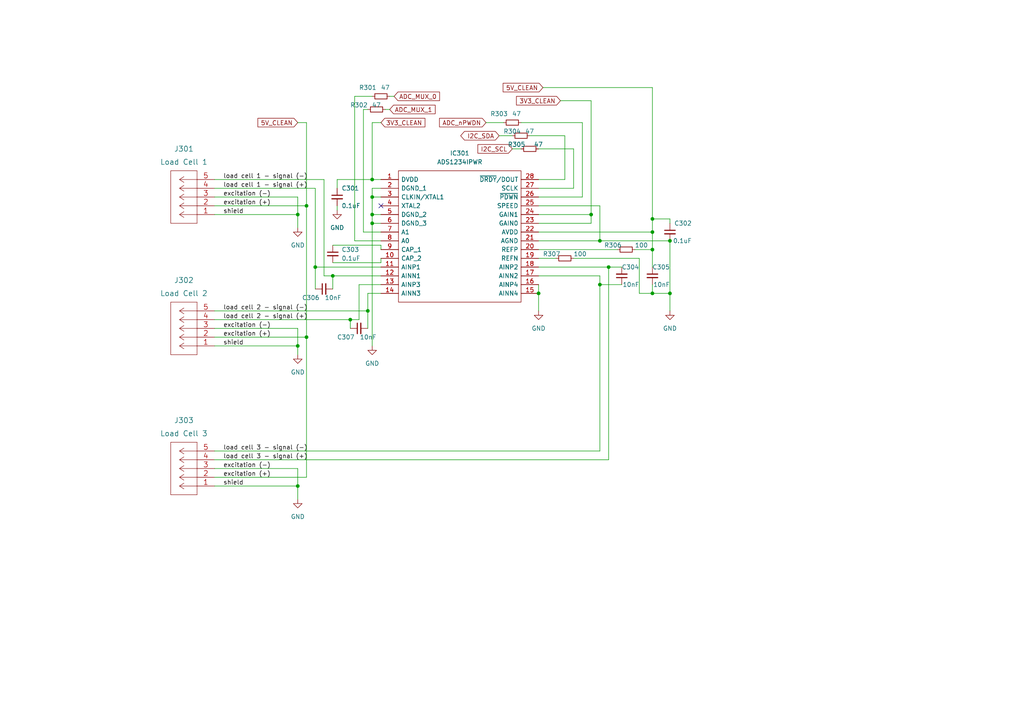
<source format=kicad_sch>
(kicad_sch (version 20211123) (generator eeschema)

  (uuid 81ef4f7b-f097-49aa-8b4d-ce440be96cbc)

  (paper "A4")

  (lib_symbols
    (symbol "Device:C_Small" (pin_numbers hide) (pin_names (offset 0.254) hide) (in_bom yes) (on_board yes)
      (property "Reference" "C" (id 0) (at 0.254 1.778 0)
        (effects (font (size 1.27 1.27)) (justify left))
      )
      (property "Value" "C_Small" (id 1) (at 0.254 -2.032 0)
        (effects (font (size 1.27 1.27)) (justify left))
      )
      (property "Footprint" "" (id 2) (at 0 0 0)
        (effects (font (size 1.27 1.27)) hide)
      )
      (property "Datasheet" "~" (id 3) (at 0 0 0)
        (effects (font (size 1.27 1.27)) hide)
      )
      (property "ki_keywords" "capacitor cap" (id 4) (at 0 0 0)
        (effects (font (size 1.27 1.27)) hide)
      )
      (property "ki_description" "Unpolarized capacitor, small symbol" (id 5) (at 0 0 0)
        (effects (font (size 1.27 1.27)) hide)
      )
      (property "ki_fp_filters" "C_*" (id 6) (at 0 0 0)
        (effects (font (size 1.27 1.27)) hide)
      )
      (symbol "C_Small_0_1"
        (polyline
          (pts
            (xy -1.524 -0.508)
            (xy 1.524 -0.508)
          )
          (stroke (width 0.3302) (type default) (color 0 0 0 0))
          (fill (type none))
        )
        (polyline
          (pts
            (xy -1.524 0.508)
            (xy 1.524 0.508)
          )
          (stroke (width 0.3048) (type default) (color 0 0 0 0))
          (fill (type none))
        )
      )
      (symbol "C_Small_1_1"
        (pin passive line (at 0 2.54 270) (length 2.032)
          (name "~" (effects (font (size 1.27 1.27))))
          (number "1" (effects (font (size 1.27 1.27))))
        )
        (pin passive line (at 0 -2.54 90) (length 2.032)
          (name "~" (effects (font (size 1.27 1.27))))
          (number "2" (effects (font (size 1.27 1.27))))
        )
      )
    )
    (symbol "Device:R_Small" (pin_numbers hide) (pin_names (offset 0.254) hide) (in_bom yes) (on_board yes)
      (property "Reference" "R" (id 0) (at 0.762 0.508 0)
        (effects (font (size 1.27 1.27)) (justify left))
      )
      (property "Value" "R_Small" (id 1) (at 0.762 -1.016 0)
        (effects (font (size 1.27 1.27)) (justify left))
      )
      (property "Footprint" "" (id 2) (at 0 0 0)
        (effects (font (size 1.27 1.27)) hide)
      )
      (property "Datasheet" "~" (id 3) (at 0 0 0)
        (effects (font (size 1.27 1.27)) hide)
      )
      (property "ki_keywords" "R resistor" (id 4) (at 0 0 0)
        (effects (font (size 1.27 1.27)) hide)
      )
      (property "ki_description" "Resistor, small symbol" (id 5) (at 0 0 0)
        (effects (font (size 1.27 1.27)) hide)
      )
      (property "ki_fp_filters" "R_*" (id 6) (at 0 0 0)
        (effects (font (size 1.27 1.27)) hide)
      )
      (symbol "R_Small_0_1"
        (rectangle (start -0.762 1.778) (end 0.762 -1.778)
          (stroke (width 0.2032) (type default) (color 0 0 0 0))
          (fill (type none))
        )
      )
      (symbol "R_Small_1_1"
        (pin passive line (at 0 2.54 270) (length 0.762)
          (name "~" (effects (font (size 1.27 1.27))))
          (number "1" (effects (font (size 1.27 1.27))))
        )
        (pin passive line (at 0 -2.54 90) (length 0.762)
          (name "~" (effects (font (size 1.27 1.27))))
          (number "2" (effects (font (size 1.27 1.27))))
        )
      )
    )
    (symbol "SamacSys_Parts:ADS1234IPWR" (pin_names (offset 0.762)) (in_bom yes) (on_board yes)
      (property "Reference" "IC" (id 0) (at 41.91 7.62 0)
        (effects (font (size 1.27 1.27)) (justify left))
      )
      (property "Value" "ADS1234IPWR" (id 1) (at 41.91 5.08 0)
        (effects (font (size 1.27 1.27)) (justify left))
      )
      (property "Footprint" "SOP65P640X120-28N" (id 2) (at 41.91 2.54 0)
        (effects (font (size 1.27 1.27)) (justify left) hide)
      )
      (property "Datasheet" "http://www.ti.com/lit/gpn/ADS1234" (id 3) (at 41.91 0 0)
        (effects (font (size 1.27 1.27)) (justify left) hide)
      )
      (property "Description" "24-Bit, 80SPS, 4-Ch (Differential), Pin-Programmable Delta-Sigma ADC for Bridge Sensors" (id 4) (at 41.91 -2.54 0)
        (effects (font (size 1.27 1.27)) (justify left) hide)
      )
      (property "Height" "1.2" (id 5) (at 41.91 -5.08 0)
        (effects (font (size 1.27 1.27)) (justify left) hide)
      )
      (property "Mouser Part Number" "595-ADS1234IPWR" (id 6) (at 41.91 -7.62 0)
        (effects (font (size 1.27 1.27)) (justify left) hide)
      )
      (property "Mouser Price/Stock" "https://www.mouser.co.uk/ProductDetail/Texas-Instruments/ADS1234IPWR?qs=RaXRGs7zCv7Rr7lBA3sshA%3D%3D" (id 7) (at 41.91 -10.16 0)
        (effects (font (size 1.27 1.27)) (justify left) hide)
      )
      (property "Manufacturer_Name" "Texas Instruments" (id 8) (at 41.91 -12.7 0)
        (effects (font (size 1.27 1.27)) (justify left) hide)
      )
      (property "Manufacturer_Part_Number" "ADS1234IPWR" (id 9) (at 41.91 -15.24 0)
        (effects (font (size 1.27 1.27)) (justify left) hide)
      )
      (property "ki_description" "24-Bit, 80SPS, 4-Ch (Differential), Pin-Programmable Delta-Sigma ADC for Bridge Sensors" (id 10) (at 0 0 0)
        (effects (font (size 1.27 1.27)) hide)
      )
      (symbol "ADS1234IPWR_0_0"
        (pin passive line (at 0 0 0) (length 5.08)
          (name "DVDD" (effects (font (size 1.27 1.27))))
          (number "1" (effects (font (size 1.27 1.27))))
        )
        (pin passive line (at 0 -22.86 0) (length 5.08)
          (name "CAP_2" (effects (font (size 1.27 1.27))))
          (number "10" (effects (font (size 1.27 1.27))))
        )
        (pin passive line (at 0 -25.4 0) (length 5.08)
          (name "AINP1" (effects (font (size 1.27 1.27))))
          (number "11" (effects (font (size 1.27 1.27))))
        )
        (pin passive line (at 0 -27.94 0) (length 5.08)
          (name "AINN1" (effects (font (size 1.27 1.27))))
          (number "12" (effects (font (size 1.27 1.27))))
        )
        (pin passive line (at 0 -30.48 0) (length 5.08)
          (name "AINP3" (effects (font (size 1.27 1.27))))
          (number "13" (effects (font (size 1.27 1.27))))
        )
        (pin passive line (at 0 -33.02 0) (length 5.08)
          (name "AINN3" (effects (font (size 1.27 1.27))))
          (number "14" (effects (font (size 1.27 1.27))))
        )
        (pin passive line (at 45.72 -33.02 180) (length 5.08)
          (name "AINN4" (effects (font (size 1.27 1.27))))
          (number "15" (effects (font (size 1.27 1.27))))
        )
        (pin passive line (at 45.72 -30.48 180) (length 5.08)
          (name "AINP4" (effects (font (size 1.27 1.27))))
          (number "16" (effects (font (size 1.27 1.27))))
        )
        (pin passive line (at 45.72 -27.94 180) (length 5.08)
          (name "AINN2" (effects (font (size 1.27 1.27))))
          (number "17" (effects (font (size 1.27 1.27))))
        )
        (pin passive line (at 45.72 -25.4 180) (length 5.08)
          (name "AINP2" (effects (font (size 1.27 1.27))))
          (number "18" (effects (font (size 1.27 1.27))))
        )
        (pin passive line (at 45.72 -22.86 180) (length 5.08)
          (name "REFN" (effects (font (size 1.27 1.27))))
          (number "19" (effects (font (size 1.27 1.27))))
        )
        (pin passive line (at 0 -2.54 0) (length 5.08)
          (name "DGND_1" (effects (font (size 1.27 1.27))))
          (number "2" (effects (font (size 1.27 1.27))))
        )
        (pin passive line (at 45.72 -20.32 180) (length 5.08)
          (name "REFP" (effects (font (size 1.27 1.27))))
          (number "20" (effects (font (size 1.27 1.27))))
        )
        (pin passive line (at 45.72 -17.78 180) (length 5.08)
          (name "AGND" (effects (font (size 1.27 1.27))))
          (number "21" (effects (font (size 1.27 1.27))))
        )
        (pin passive line (at 45.72 -15.24 180) (length 5.08)
          (name "AVDD" (effects (font (size 1.27 1.27))))
          (number "22" (effects (font (size 1.27 1.27))))
        )
        (pin passive line (at 45.72 -12.7 180) (length 5.08)
          (name "GAIN0" (effects (font (size 1.27 1.27))))
          (number "23" (effects (font (size 1.27 1.27))))
        )
        (pin passive line (at 45.72 -10.16 180) (length 5.08)
          (name "GAIN1" (effects (font (size 1.27 1.27))))
          (number "24" (effects (font (size 1.27 1.27))))
        )
        (pin passive line (at 45.72 -7.62 180) (length 5.08)
          (name "SPEED" (effects (font (size 1.27 1.27))))
          (number "25" (effects (font (size 1.27 1.27))))
        )
        (pin passive line (at 45.72 -5.08 180) (length 5.08)
          (name "~{PDWN}" (effects (font (size 1.27 1.27))))
          (number "26" (effects (font (size 1.27 1.27))))
        )
        (pin passive line (at 45.72 -2.54 180) (length 5.08)
          (name "SCLK" (effects (font (size 1.27 1.27))))
          (number "27" (effects (font (size 1.27 1.27))))
        )
        (pin passive line (at 45.72 0 180) (length 5.08)
          (name "~{DRDY}/DOUT" (effects (font (size 1.27 1.27))))
          (number "28" (effects (font (size 1.27 1.27))))
        )
        (pin passive line (at 0 -5.08 0) (length 5.08)
          (name "CLKIN/XTAL1" (effects (font (size 1.27 1.27))))
          (number "3" (effects (font (size 1.27 1.27))))
        )
        (pin passive line (at 0 -7.62 0) (length 5.08)
          (name "XTAL2" (effects (font (size 1.27 1.27))))
          (number "4" (effects (font (size 1.27 1.27))))
        )
        (pin passive line (at 0 -10.16 0) (length 5.08)
          (name "DGND_2" (effects (font (size 1.27 1.27))))
          (number "5" (effects (font (size 1.27 1.27))))
        )
        (pin passive line (at 0 -12.7 0) (length 5.08)
          (name "DGND_3" (effects (font (size 1.27 1.27))))
          (number "6" (effects (font (size 1.27 1.27))))
        )
        (pin passive line (at 0 -15.24 0) (length 5.08)
          (name "A1" (effects (font (size 1.27 1.27))))
          (number "7" (effects (font (size 1.27 1.27))))
        )
        (pin passive line (at 0 -17.78 0) (length 5.08)
          (name "A0" (effects (font (size 1.27 1.27))))
          (number "8" (effects (font (size 1.27 1.27))))
        )
        (pin passive line (at 0 -20.32 0) (length 5.08)
          (name "CAP_1" (effects (font (size 1.27 1.27))))
          (number "9" (effects (font (size 1.27 1.27))))
        )
      )
      (symbol "ADS1234IPWR_0_1"
        (polyline
          (pts
            (xy 5.08 2.54)
            (xy 40.64 2.54)
            (xy 40.64 -35.56)
            (xy 5.08 -35.56)
            (xy 5.08 2.54)
          )
          (stroke (width 0.1524) (type default) (color 0 0 0 0))
          (fill (type none))
        )
      )
    )
    (symbol "T4141012051-000_1" (pin_names (offset 0.254) hide) (in_bom yes) (on_board yes)
      (property "Reference" "J301" (id 0) (at -8.89 19.05 0)
        (effects (font (size 1.524 1.524)))
      )
      (property "Value" "T4141012051-000_1" (id 1) (at -8.89 15.24 0)
        (effects (font (size 1.524 1.524)))
      )
      (property "Footprint" "SamacSys_Parts:1935187" (id 2) (at -10.16 6.604 0)
        (effects (font (size 1.524 1.524)) hide)
      )
      (property "Datasheet" "" (id 3) (at 0 0 0)
        (effects (font (size 1.524 1.524)))
      )
      (property "ki_locked" "" (id 4) (at 0 0 0)
        (effects (font (size 1.27 1.27)))
      )
      (property "ki_fp_filters" "CONN5_T4141012051" (id 5) (at 0 0 0)
        (effects (font (size 1.27 1.27)) hide)
      )
      (symbol "T4141012051-000_1_1_1"
        (polyline
          (pts
            (xy 5.08 -12.7)
            (xy 12.7 -12.7)
          )
          (stroke (width 0.127) (type default) (color 0 0 0 0))
          (fill (type none))
        )
        (polyline
          (pts
            (xy 5.08 2.54)
            (xy 5.08 -12.7)
          )
          (stroke (width 0.127) (type default) (color 0 0 0 0))
          (fill (type none))
        )
        (polyline
          (pts
            (xy 10.16 -10.16)
            (xy 5.08 -10.16)
          )
          (stroke (width 0.127) (type default) (color 0 0 0 0))
          (fill (type none))
        )
        (polyline
          (pts
            (xy 10.16 -10.16)
            (xy 8.89 -10.9982)
          )
          (stroke (width 0.127) (type default) (color 0 0 0 0))
          (fill (type none))
        )
        (polyline
          (pts
            (xy 10.16 -10.16)
            (xy 8.89 -9.3218)
          )
          (stroke (width 0.127) (type default) (color 0 0 0 0))
          (fill (type none))
        )
        (polyline
          (pts
            (xy 10.16 -7.62)
            (xy 5.08 -7.62)
          )
          (stroke (width 0.127) (type default) (color 0 0 0 0))
          (fill (type none))
        )
        (polyline
          (pts
            (xy 10.16 -7.62)
            (xy 8.89 -8.4582)
          )
          (stroke (width 0.127) (type default) (color 0 0 0 0))
          (fill (type none))
        )
        (polyline
          (pts
            (xy 10.16 -7.62)
            (xy 8.89 -6.7818)
          )
          (stroke (width 0.127) (type default) (color 0 0 0 0))
          (fill (type none))
        )
        (polyline
          (pts
            (xy 10.16 -5.08)
            (xy 5.08 -5.08)
          )
          (stroke (width 0.127) (type default) (color 0 0 0 0))
          (fill (type none))
        )
        (polyline
          (pts
            (xy 10.16 -5.08)
            (xy 8.89 -5.9182)
          )
          (stroke (width 0.127) (type default) (color 0 0 0 0))
          (fill (type none))
        )
        (polyline
          (pts
            (xy 10.16 -5.08)
            (xy 8.89 -4.2418)
          )
          (stroke (width 0.127) (type default) (color 0 0 0 0))
          (fill (type none))
        )
        (polyline
          (pts
            (xy 10.16 -2.54)
            (xy 5.08 -2.54)
          )
          (stroke (width 0.127) (type default) (color 0 0 0 0))
          (fill (type none))
        )
        (polyline
          (pts
            (xy 10.16 -2.54)
            (xy 8.89 -3.3782)
          )
          (stroke (width 0.127) (type default) (color 0 0 0 0))
          (fill (type none))
        )
        (polyline
          (pts
            (xy 10.16 -2.54)
            (xy 8.89 -1.7018)
          )
          (stroke (width 0.127) (type default) (color 0 0 0 0))
          (fill (type none))
        )
        (polyline
          (pts
            (xy 10.16 0)
            (xy 5.08 0)
          )
          (stroke (width 0.127) (type default) (color 0 0 0 0))
          (fill (type none))
        )
        (polyline
          (pts
            (xy 10.16 0)
            (xy 8.89 -0.8382)
          )
          (stroke (width 0.127) (type default) (color 0 0 0 0))
          (fill (type none))
        )
        (polyline
          (pts
            (xy 10.16 0)
            (xy 8.89 0.8382)
          )
          (stroke (width 0.127) (type default) (color 0 0 0 0))
          (fill (type none))
        )
        (polyline
          (pts
            (xy 12.7 -12.7)
            (xy 12.7 2.54)
          )
          (stroke (width 0.127) (type default) (color 0 0 0 0))
          (fill (type none))
        )
        (polyline
          (pts
            (xy 12.7 2.54)
            (xy 5.08 2.54)
          )
          (stroke (width 0.127) (type default) (color 0 0 0 0))
          (fill (type none))
        )
        (pin power_in line (at 0 0 0) (length 5.08)
          (name "1" (effects (font (size 1.4986 1.4986))))
          (number "1" (effects (font (size 1.4986 1.4986))))
        )
        (pin power_in line (at 0 -2.54 0) (length 5.08)
          (name "2" (effects (font (size 1.4986 1.4986))))
          (number "2" (effects (font (size 1.4986 1.4986))))
        )
        (pin power_in line (at 0 -5.08 0) (length 5.08)
          (name "3" (effects (font (size 1.4986 1.4986))))
          (number "3" (effects (font (size 1.4986 1.4986))))
        )
        (pin input line (at 0 -7.62 0) (length 5.08)
          (name "4" (effects (font (size 1.4986 1.4986))))
          (number "4" (effects (font (size 1.4986 1.4986))))
        )
        (pin input line (at 0 -10.16 0) (length 5.08)
          (name "5" (effects (font (size 1.4986 1.4986))))
          (number "5" (effects (font (size 1.4986 1.4986))))
        )
      )
    )
    (symbol "power:GND" (power) (pin_names (offset 0)) (in_bom yes) (on_board yes)
      (property "Reference" "#PWR" (id 0) (at 0 -6.35 0)
        (effects (font (size 1.27 1.27)) hide)
      )
      (property "Value" "GND" (id 1) (at 0 -3.81 0)
        (effects (font (size 1.27 1.27)))
      )
      (property "Footprint" "" (id 2) (at 0 0 0)
        (effects (font (size 1.27 1.27)) hide)
      )
      (property "Datasheet" "" (id 3) (at 0 0 0)
        (effects (font (size 1.27 1.27)) hide)
      )
      (property "ki_keywords" "power-flag" (id 4) (at 0 0 0)
        (effects (font (size 1.27 1.27)) hide)
      )
      (property "ki_description" "Power symbol creates a global label with name \"GND\" , ground" (id 5) (at 0 0 0)
        (effects (font (size 1.27 1.27)) hide)
      )
      (symbol "GND_0_1"
        (polyline
          (pts
            (xy 0 0)
            (xy 0 -1.27)
            (xy 1.27 -1.27)
            (xy 0 -2.54)
            (xy -1.27 -1.27)
            (xy 0 -1.27)
          )
          (stroke (width 0) (type default) (color 0 0 0 0))
          (fill (type none))
        )
      )
      (symbol "GND_1_1"
        (pin power_in line (at 0 0 270) (length 0) hide
          (name "GND" (effects (font (size 1.27 1.27))))
          (number "1" (effects (font (size 1.27 1.27))))
        )
      )
    )
  )


  (junction (at 189.23 63.5) (diameter 0) (color 0 0 0 0)
    (uuid 0763d40c-fc86-48e9-9d3c-b99e0cc72548)
  )
  (junction (at 107.95 52.07) (diameter 0) (color 0 0 0 0)
    (uuid 0db448b6-96fe-48cf-862d-1a8318e3ed89)
  )
  (junction (at 176.53 77.47) (diameter 0) (color 0 0 0 0)
    (uuid 2735329e-8673-45cb-9ce5-d99b47d3532b)
  )
  (junction (at 194.31 69.85) (diameter 0) (color 0 0 0 0)
    (uuid 2de2f3c7-443d-4eac-97fe-0bdc041f7830)
  )
  (junction (at 91.44 77.47) (diameter 0) (color 0 0 0 0)
    (uuid 2e2d0287-964d-4b7b-b805-29bd0111406e)
  )
  (junction (at 189.23 85.09) (diameter 0) (color 0 0 0 0)
    (uuid 37febceb-c4fa-4146-bb55-458557ba474e)
  )
  (junction (at 156.21 85.09) (diameter 0) (color 0 0 0 0)
    (uuid 4e28b3ad-f9de-40ca-ba1a-ddb91c5e0916)
  )
  (junction (at 189.23 72.39) (diameter 0) (color 0 0 0 0)
    (uuid 53ddb983-1346-4dfc-8066-c42a0238d227)
  )
  (junction (at 107.95 62.23) (diameter 0) (color 0 0 0 0)
    (uuid 54b9b82c-ce6b-491a-a156-b35269470360)
  )
  (junction (at 173.99 69.85) (diameter 0) (color 0 0 0 0)
    (uuid 57ca708a-19d3-444b-9602-acf0a7cc687c)
  )
  (junction (at 96.52 80.01) (diameter 0) (color 0 0 0 0)
    (uuid 5c0f9b51-3556-4107-b2da-9dad7783ab3b)
  )
  (junction (at 86.36 100.33) (diameter 0) (color 0 0 0 0)
    (uuid 5e0ee0ee-78c0-4967-9e49-464130306335)
  )
  (junction (at 171.45 62.23) (diameter 0) (color 0 0 0 0)
    (uuid 6c168399-0c2c-4e48-a308-b4907b8ab23f)
  )
  (junction (at 106.68 90.17) (diameter 0) (color 0 0 0 0)
    (uuid 750222f9-fb2a-4cca-97d4-8946f7792a41)
  )
  (junction (at 107.95 57.15) (diameter 0) (color 0 0 0 0)
    (uuid 807ff03c-10a7-48b0-b0ba-28b42508b2cf)
  )
  (junction (at 88.9 59.69) (diameter 0) (color 0 0 0 0)
    (uuid 9830a868-9738-409a-a5ce-b97a4f2922dc)
  )
  (junction (at 86.36 140.97) (diameter 0) (color 0 0 0 0)
    (uuid 9d207ddb-e689-4072-b202-7de952f2b884)
  )
  (junction (at 189.23 67.31) (diameter 0) (color 0 0 0 0)
    (uuid c06b4dba-0cea-4c21-8be0-21a18436c90e)
  )
  (junction (at 101.6 92.71) (diameter 0) (color 0 0 0 0)
    (uuid cb548f7e-4db4-4a3f-8984-54c4bd7c23c3)
  )
  (junction (at 88.9 97.79) (diameter 0) (color 0 0 0 0)
    (uuid cdde142e-180c-492e-b61a-9b5c7d0deeb3)
  )
  (junction (at 194.31 85.09) (diameter 0) (color 0 0 0 0)
    (uuid d2a8672a-d09a-4f76-a286-f288ef87a8ab)
  )
  (junction (at 173.99 82.55) (diameter 0) (color 0 0 0 0)
    (uuid e94c0a59-1149-4180-8166-0f4c9d3a0621)
  )
  (junction (at 107.95 64.77) (diameter 0) (color 0 0 0 0)
    (uuid f1300f21-fb68-4d67-b448-3c27a6f017e7)
  )
  (junction (at 86.36 62.23) (diameter 0) (color 0 0 0 0)
    (uuid f1db58e5-22ef-45ae-b466-7331ed95764c)
  )

  (no_connect (at 110.49 59.69) (uuid 1bae4875-5b66-467e-ac8a-730c2be506e0))

  (wire (pts (xy 107.95 57.15) (xy 107.95 62.23))
    (stroke (width 0) (type default) (color 0 0 0 0))
    (uuid 02c6968e-db63-4efe-9639-ae938626a39b)
  )
  (wire (pts (xy 156.21 77.47) (xy 176.53 77.47))
    (stroke (width 0) (type default) (color 0 0 0 0))
    (uuid 03c40f1d-2ac7-4bfb-8720-d7599b4d4c69)
  )
  (wire (pts (xy 62.23 59.69) (xy 88.9 59.69))
    (stroke (width 0) (type default) (color 0 0 0 0))
    (uuid 0d5aa565-23f2-49f5-bc85-8c1f7ff0329e)
  )
  (wire (pts (xy 156.21 69.85) (xy 173.99 69.85))
    (stroke (width 0) (type default) (color 0 0 0 0))
    (uuid 0ddf4286-7f32-4c44-973a-f960e9ecafc1)
  )
  (wire (pts (xy 86.36 62.23) (xy 86.36 66.04))
    (stroke (width 0) (type default) (color 0 0 0 0))
    (uuid 0e5c4783-79bc-427e-9174-1ffff316c920)
  )
  (wire (pts (xy 88.9 59.69) (xy 88.9 35.56))
    (stroke (width 0) (type default) (color 0 0 0 0))
    (uuid 0eac1b00-c767-4ead-a5c7-bc4dac4fb567)
  )
  (wire (pts (xy 144.78 39.37) (xy 148.59 39.37))
    (stroke (width 0) (type default) (color 0 0 0 0))
    (uuid 11b846fd-4c4e-44e8-ae34-eb185946304e)
  )
  (wire (pts (xy 156.21 80.01) (xy 173.99 80.01))
    (stroke (width 0) (type default) (color 0 0 0 0))
    (uuid 16579cbd-be07-412b-9772-2313bc4986a5)
  )
  (wire (pts (xy 166.37 43.18) (xy 166.37 54.61))
    (stroke (width 0) (type default) (color 0 0 0 0))
    (uuid 1cdb0aa5-9d56-4e1f-8695-ef7e49ffe652)
  )
  (wire (pts (xy 176.53 133.35) (xy 176.53 77.47))
    (stroke (width 0) (type default) (color 0 0 0 0))
    (uuid 1dfe5823-af07-4c3e-bc04-2f6dd765bccd)
  )
  (wire (pts (xy 171.45 64.77) (xy 171.45 62.23))
    (stroke (width 0) (type default) (color 0 0 0 0))
    (uuid 1eeb65ea-b236-4aaa-8e94-d0dcea7c1870)
  )
  (wire (pts (xy 176.53 77.47) (xy 180.34 77.47))
    (stroke (width 0) (type default) (color 0 0 0 0))
    (uuid 1fea79f2-439b-4412-8c7d-fa5fe2b59d68)
  )
  (wire (pts (xy 194.31 85.09) (xy 194.31 90.17))
    (stroke (width 0) (type default) (color 0 0 0 0))
    (uuid 26e66b55-6817-4579-9718-8d23f2072a84)
  )
  (wire (pts (xy 62.23 92.71) (xy 101.6 92.71))
    (stroke (width 0) (type default) (color 0 0 0 0))
    (uuid 27d90155-5707-437c-bd1a-f3296d252ed4)
  )
  (wire (pts (xy 156.21 74.93) (xy 161.29 74.93))
    (stroke (width 0) (type default) (color 0 0 0 0))
    (uuid 28bb55f1-9ff5-443e-8931-2dba7e6166fa)
  )
  (wire (pts (xy 62.23 133.35) (xy 176.53 133.35))
    (stroke (width 0) (type default) (color 0 0 0 0))
    (uuid 2aae030b-36dc-4122-9e3a-4dfaf5e3c60c)
  )
  (wire (pts (xy 107.95 57.15) (xy 110.49 57.15))
    (stroke (width 0) (type default) (color 0 0 0 0))
    (uuid 2b534680-be4c-410b-826f-4024c05003a2)
  )
  (wire (pts (xy 140.97 35.56) (xy 146.05 35.56))
    (stroke (width 0) (type default) (color 0 0 0 0))
    (uuid 2bffcfd1-d0d3-4036-8365-86059c452de5)
  )
  (wire (pts (xy 156.21 59.69) (xy 173.99 59.69))
    (stroke (width 0) (type default) (color 0 0 0 0))
    (uuid 2c62d3ec-3718-4b67-8509-eb766dffd363)
  )
  (wire (pts (xy 107.95 52.07) (xy 110.49 52.07))
    (stroke (width 0) (type default) (color 0 0 0 0))
    (uuid 2cf67b16-15c4-4e20-becb-448252e8ba79)
  )
  (wire (pts (xy 91.44 77.47) (xy 91.44 83.82))
    (stroke (width 0) (type default) (color 0 0 0 0))
    (uuid 2f827951-7333-4611-9b13-a43cbc0994a5)
  )
  (wire (pts (xy 96.52 80.01) (xy 96.52 83.82))
    (stroke (width 0) (type default) (color 0 0 0 0))
    (uuid 3100b8d7-0d09-4540-8cec-7f77b00a65f3)
  )
  (wire (pts (xy 168.91 35.56) (xy 168.91 57.15))
    (stroke (width 0) (type default) (color 0 0 0 0))
    (uuid 38c14e61-4080-4a17-80ab-998bddbe3048)
  )
  (wire (pts (xy 86.36 35.56) (xy 88.9 35.56))
    (stroke (width 0) (type default) (color 0 0 0 0))
    (uuid 396bccbf-e113-4e0b-92c0-222f6d88a429)
  )
  (wire (pts (xy 156.21 85.09) (xy 156.21 90.17))
    (stroke (width 0) (type default) (color 0 0 0 0))
    (uuid 39e82c77-c56a-4897-8d01-e1b4706b5201)
  )
  (wire (pts (xy 189.23 25.4) (xy 189.23 63.5))
    (stroke (width 0) (type default) (color 0 0 0 0))
    (uuid 39fd6b9f-7212-4fc9-becf-7091fd732c08)
  )
  (wire (pts (xy 62.23 140.97) (xy 86.36 140.97))
    (stroke (width 0) (type default) (color 0 0 0 0))
    (uuid 3a2c4445-37d8-43eb-91d3-2193905efd5a)
  )
  (wire (pts (xy 189.23 72.39) (xy 189.23 77.47))
    (stroke (width 0) (type default) (color 0 0 0 0))
    (uuid 3b888abb-16a4-4d27-b18d-b336397500e2)
  )
  (wire (pts (xy 102.87 27.94) (xy 102.87 69.85))
    (stroke (width 0) (type default) (color 0 0 0 0))
    (uuid 3d0a9f64-0c13-407f-801e-603a38f85d8c)
  )
  (wire (pts (xy 185.42 74.93) (xy 185.42 85.09))
    (stroke (width 0) (type default) (color 0 0 0 0))
    (uuid 41273854-88a3-4a64-83d4-042adba728cf)
  )
  (wire (pts (xy 107.95 54.61) (xy 110.49 54.61))
    (stroke (width 0) (type default) (color 0 0 0 0))
    (uuid 445fc91c-2944-46ae-b5ec-15eebb7cdb3f)
  )
  (wire (pts (xy 107.95 64.77) (xy 110.49 64.77))
    (stroke (width 0) (type default) (color 0 0 0 0))
    (uuid 455d9081-0dd9-4956-9049-2ee70737173d)
  )
  (wire (pts (xy 111.76 31.75) (xy 113.03 31.75))
    (stroke (width 0) (type default) (color 0 0 0 0))
    (uuid 470134f7-6714-49f7-967e-c4c36dd95244)
  )
  (wire (pts (xy 189.23 63.5) (xy 194.31 63.5))
    (stroke (width 0) (type default) (color 0 0 0 0))
    (uuid 4cc1dead-5e02-417c-b92b-c6baa3377a9c)
  )
  (wire (pts (xy 96.52 80.01) (xy 110.49 80.01))
    (stroke (width 0) (type default) (color 0 0 0 0))
    (uuid 4e0f2ec1-b057-470d-bac1-ea9b7df79954)
  )
  (wire (pts (xy 62.23 95.25) (xy 86.36 95.25))
    (stroke (width 0) (type default) (color 0 0 0 0))
    (uuid 5071a3e2-c176-400f-908a-d9cb95393e6d)
  )
  (wire (pts (xy 88.9 138.43) (xy 88.9 97.79))
    (stroke (width 0) (type default) (color 0 0 0 0))
    (uuid 51849f87-3501-4a5c-94d4-815358681264)
  )
  (wire (pts (xy 86.36 57.15) (xy 86.36 62.23))
    (stroke (width 0) (type default) (color 0 0 0 0))
    (uuid 54d3860d-be89-4964-8d92-9fcb37ce977e)
  )
  (wire (pts (xy 107.95 62.23) (xy 110.49 62.23))
    (stroke (width 0) (type default) (color 0 0 0 0))
    (uuid 580facb4-ec86-4c83-96ef-84cda5a4ebf4)
  )
  (wire (pts (xy 110.49 35.56) (xy 107.95 35.56))
    (stroke (width 0) (type default) (color 0 0 0 0))
    (uuid 5dc613e7-7b7a-4ab5-94d4-f891454cfa13)
  )
  (wire (pts (xy 173.99 82.55) (xy 180.34 82.55))
    (stroke (width 0) (type default) (color 0 0 0 0))
    (uuid 5eb73f57-e26f-4f81-b1cb-b48373741654)
  )
  (wire (pts (xy 173.99 59.69) (xy 173.99 69.85))
    (stroke (width 0) (type default) (color 0 0 0 0))
    (uuid 5fb18749-31e7-4104-85f5-b18cf4114c10)
  )
  (wire (pts (xy 185.42 85.09) (xy 189.23 85.09))
    (stroke (width 0) (type default) (color 0 0 0 0))
    (uuid 61d8cf46-9196-4398-8274-59a0a9f94448)
  )
  (wire (pts (xy 166.37 54.61) (xy 156.21 54.61))
    (stroke (width 0) (type default) (color 0 0 0 0))
    (uuid 62ae5bea-cd60-484b-8a6f-03f0ee998e77)
  )
  (wire (pts (xy 105.41 31.75) (xy 105.41 67.31))
    (stroke (width 0) (type default) (color 0 0 0 0))
    (uuid 64d7d7c3-3b8a-4486-9f2f-30edaea0fc20)
  )
  (wire (pts (xy 156.21 82.55) (xy 156.21 85.09))
    (stroke (width 0) (type default) (color 0 0 0 0))
    (uuid 65fd47b6-bed4-4025-a23e-16dad9007ea8)
  )
  (wire (pts (xy 157.48 25.4) (xy 189.23 25.4))
    (stroke (width 0) (type default) (color 0 0 0 0))
    (uuid 666b1c41-c5aa-4f96-a283-945b44e0e954)
  )
  (wire (pts (xy 156.21 43.18) (xy 166.37 43.18))
    (stroke (width 0) (type default) (color 0 0 0 0))
    (uuid 66f4888d-e197-432c-9f96-088b039c72a7)
  )
  (wire (pts (xy 106.68 90.17) (xy 106.68 95.25))
    (stroke (width 0) (type default) (color 0 0 0 0))
    (uuid 6833b29d-cc4d-4aeb-af5a-7f27c27c6158)
  )
  (wire (pts (xy 156.21 62.23) (xy 171.45 62.23))
    (stroke (width 0) (type default) (color 0 0 0 0))
    (uuid 69ea6517-c853-4336-bad5-46022f17c006)
  )
  (wire (pts (xy 62.23 97.79) (xy 88.9 97.79))
    (stroke (width 0) (type default) (color 0 0 0 0))
    (uuid 6a6de717-4619-49f0-86f3-08eba04cc87f)
  )
  (wire (pts (xy 106.68 90.17) (xy 106.68 85.09))
    (stroke (width 0) (type default) (color 0 0 0 0))
    (uuid 6b98bf16-9fe5-488a-93d8-a7b05bb7da3c)
  )
  (wire (pts (xy 189.23 67.31) (xy 189.23 63.5))
    (stroke (width 0) (type default) (color 0 0 0 0))
    (uuid 6ceef365-3812-42b6-a28f-5d23dd33c1bd)
  )
  (wire (pts (xy 110.49 76.2) (xy 110.49 74.93))
    (stroke (width 0) (type default) (color 0 0 0 0))
    (uuid 72caf2e3-86a2-41d2-91c5-6c22d70b9d46)
  )
  (wire (pts (xy 93.98 52.07) (xy 93.98 80.01))
    (stroke (width 0) (type default) (color 0 0 0 0))
    (uuid 76d75ef0-55cb-4567-adc8-a0d729117958)
  )
  (wire (pts (xy 156.21 67.31) (xy 189.23 67.31))
    (stroke (width 0) (type default) (color 0 0 0 0))
    (uuid 7853d0de-59d8-4dac-aa22-9ef2ec96d6e8)
  )
  (wire (pts (xy 151.13 35.56) (xy 168.91 35.56))
    (stroke (width 0) (type default) (color 0 0 0 0))
    (uuid 7a23186e-8fca-4b4d-a429-31b6ed2bc837)
  )
  (wire (pts (xy 189.23 85.09) (xy 194.31 85.09))
    (stroke (width 0) (type default) (color 0 0 0 0))
    (uuid 7ede9c2f-fe7d-4147-ba3f-ddb527d60639)
  )
  (wire (pts (xy 91.44 77.47) (xy 110.49 77.47))
    (stroke (width 0) (type default) (color 0 0 0 0))
    (uuid 7f928158-dd93-4644-a9b4-4bebe013eb3d)
  )
  (wire (pts (xy 163.83 39.37) (xy 153.67 39.37))
    (stroke (width 0) (type default) (color 0 0 0 0))
    (uuid 820a1dec-ec45-42dc-a72e-842b5f782f06)
  )
  (wire (pts (xy 156.21 57.15) (xy 168.91 57.15))
    (stroke (width 0) (type default) (color 0 0 0 0))
    (uuid 833bcc81-686d-4d22-b016-d19cfff17b56)
  )
  (wire (pts (xy 101.6 92.71) (xy 104.14 92.71))
    (stroke (width 0) (type default) (color 0 0 0 0))
    (uuid 85cbd20f-7cb3-44d8-b90f-a6fa8b72825d)
  )
  (wire (pts (xy 156.21 64.77) (xy 171.45 64.77))
    (stroke (width 0) (type default) (color 0 0 0 0))
    (uuid 86d968b7-93a1-43e1-8a5d-798154ee7431)
  )
  (wire (pts (xy 62.23 52.07) (xy 93.98 52.07))
    (stroke (width 0) (type default) (color 0 0 0 0))
    (uuid 87a01edb-42d3-4512-8e9e-77f896c4f7db)
  )
  (wire (pts (xy 171.45 29.21) (xy 162.56 29.21))
    (stroke (width 0) (type default) (color 0 0 0 0))
    (uuid 87a96efb-a5fb-4820-b707-f3bdb94250bf)
  )
  (wire (pts (xy 104.14 92.71) (xy 104.14 82.55))
    (stroke (width 0) (type default) (color 0 0 0 0))
    (uuid 8af72263-6d88-467b-83e1-c201fdc50a07)
  )
  (wire (pts (xy 194.31 69.85) (xy 194.31 85.09))
    (stroke (width 0) (type default) (color 0 0 0 0))
    (uuid 8becaad8-a74f-4639-8be1-4624a66041aa)
  )
  (wire (pts (xy 106.68 85.09) (xy 110.49 85.09))
    (stroke (width 0) (type default) (color 0 0 0 0))
    (uuid 8cc27a89-f416-4ae9-920f-3e364c28e6ba)
  )
  (wire (pts (xy 91.44 54.61) (xy 91.44 77.47))
    (stroke (width 0) (type default) (color 0 0 0 0))
    (uuid 8d8f60d4-76f1-4ca3-8ccc-d98dbc8e36d0)
  )
  (wire (pts (xy 93.98 80.01) (xy 96.52 80.01))
    (stroke (width 0) (type default) (color 0 0 0 0))
    (uuid 8e72e60c-d944-461a-ad90-dc2d59d4cfca)
  )
  (wire (pts (xy 107.95 57.15) (xy 107.95 54.61))
    (stroke (width 0) (type default) (color 0 0 0 0))
    (uuid 8f38e9d9-8a33-4333-ae2a-403009858332)
  )
  (wire (pts (xy 194.31 63.5) (xy 194.31 64.77))
    (stroke (width 0) (type default) (color 0 0 0 0))
    (uuid 8f5c10bf-f264-4918-b93a-20f348211767)
  )
  (wire (pts (xy 189.23 72.39) (xy 189.23 67.31))
    (stroke (width 0) (type default) (color 0 0 0 0))
    (uuid 92a9482d-1d64-4e1d-8509-8ec220f29273)
  )
  (wire (pts (xy 97.79 54.61) (xy 97.79 52.07))
    (stroke (width 0) (type default) (color 0 0 0 0))
    (uuid 945f4a4c-58ad-42ea-ab0f-fb217a6fc1e1)
  )
  (wire (pts (xy 62.23 138.43) (xy 88.9 138.43))
    (stroke (width 0) (type default) (color 0 0 0 0))
    (uuid 98f80bfe-392a-474a-b00a-16dad49682b3)
  )
  (wire (pts (xy 101.6 92.71) (xy 101.6 95.25))
    (stroke (width 0) (type default) (color 0 0 0 0))
    (uuid 99a99ea2-48b5-41ab-b50c-2425bba62bb8)
  )
  (wire (pts (xy 163.83 52.07) (xy 163.83 39.37))
    (stroke (width 0) (type default) (color 0 0 0 0))
    (uuid 9b022c43-ac3a-4272-8b3e-3f6423a66856)
  )
  (wire (pts (xy 110.49 71.12) (xy 110.49 72.39))
    (stroke (width 0) (type default) (color 0 0 0 0))
    (uuid 9e7a3f4e-8ab0-4616-be99-f4cf8beedcd7)
  )
  (wire (pts (xy 156.21 72.39) (xy 179.07 72.39))
    (stroke (width 0) (type default) (color 0 0 0 0))
    (uuid a29e0839-ea6a-461f-9521-280220d0a02f)
  )
  (wire (pts (xy 62.23 57.15) (xy 86.36 57.15))
    (stroke (width 0) (type default) (color 0 0 0 0))
    (uuid a462d6e5-cf39-49ac-b721-389d136cea41)
  )
  (wire (pts (xy 173.99 130.81) (xy 173.99 82.55))
    (stroke (width 0) (type default) (color 0 0 0 0))
    (uuid a7f80ca6-12a2-4677-8967-4a3afc2ed123)
  )
  (wire (pts (xy 86.36 100.33) (xy 86.36 102.87))
    (stroke (width 0) (type default) (color 0 0 0 0))
    (uuid a9f461de-3634-410f-ad7e-d9a84cf0bd6c)
  )
  (wire (pts (xy 173.99 82.55) (xy 173.99 80.01))
    (stroke (width 0) (type default) (color 0 0 0 0))
    (uuid ab36c149-5436-4ea7-b997-9c1e38e8db4c)
  )
  (wire (pts (xy 62.23 90.17) (xy 106.68 90.17))
    (stroke (width 0) (type default) (color 0 0 0 0))
    (uuid ac163757-be67-41de-8fad-c74b92face8b)
  )
  (wire (pts (xy 62.23 54.61) (xy 91.44 54.61))
    (stroke (width 0) (type default) (color 0 0 0 0))
    (uuid afcfeac9-369c-458a-b542-37b3a282f74e)
  )
  (wire (pts (xy 96.52 71.12) (xy 110.49 71.12))
    (stroke (width 0) (type default) (color 0 0 0 0))
    (uuid bc935354-512b-4192-9038-cfea9bfffc84)
  )
  (wire (pts (xy 62.23 135.89) (xy 86.36 135.89))
    (stroke (width 0) (type default) (color 0 0 0 0))
    (uuid bca8be62-d50c-4ffa-8a32-c0a02968d05d)
  )
  (wire (pts (xy 148.59 43.18) (xy 151.13 43.18))
    (stroke (width 0) (type default) (color 0 0 0 0))
    (uuid c04e0bd7-9f16-4d56-b3e6-45afaf859d8e)
  )
  (wire (pts (xy 86.36 95.25) (xy 86.36 100.33))
    (stroke (width 0) (type default) (color 0 0 0 0))
    (uuid cae37493-e577-4430-9319-363113538a8c)
  )
  (wire (pts (xy 104.14 82.55) (xy 110.49 82.55))
    (stroke (width 0) (type default) (color 0 0 0 0))
    (uuid cc08e7f4-214a-4388-85d6-b59eb76546ec)
  )
  (wire (pts (xy 86.36 140.97) (xy 86.36 144.78))
    (stroke (width 0) (type default) (color 0 0 0 0))
    (uuid cef0d5ce-8bee-4a5e-bbe8-e4c99cbc9f65)
  )
  (wire (pts (xy 97.79 52.07) (xy 107.95 52.07))
    (stroke (width 0) (type default) (color 0 0 0 0))
    (uuid cf52612d-d541-4f5c-9484-c8f8ff20c344)
  )
  (wire (pts (xy 107.95 35.56) (xy 107.95 52.07))
    (stroke (width 0) (type default) (color 0 0 0 0))
    (uuid d3f6f502-1ade-4c2b-af27-60675dd5fe55)
  )
  (wire (pts (xy 110.49 69.85) (xy 102.87 69.85))
    (stroke (width 0) (type default) (color 0 0 0 0))
    (uuid d5b6ea7a-4cd9-4ade-acc8-d3fa330195bc)
  )
  (wire (pts (xy 96.52 76.2) (xy 110.49 76.2))
    (stroke (width 0) (type default) (color 0 0 0 0))
    (uuid d73c8660-fdfb-43be-88f5-0473b1341770)
  )
  (wire (pts (xy 189.23 82.55) (xy 189.23 85.09))
    (stroke (width 0) (type default) (color 0 0 0 0))
    (uuid d97421bb-b924-4575-a6ec-67084fc5de4e)
  )
  (wire (pts (xy 184.15 72.39) (xy 189.23 72.39))
    (stroke (width 0) (type default) (color 0 0 0 0))
    (uuid da5da2fc-bee8-407d-aff7-59ff39d00b7d)
  )
  (wire (pts (xy 88.9 97.79) (xy 88.9 59.69))
    (stroke (width 0) (type default) (color 0 0 0 0))
    (uuid db4656cc-fece-4eb5-a9da-2a8989fb2fd7)
  )
  (wire (pts (xy 166.37 74.93) (xy 185.42 74.93))
    (stroke (width 0) (type default) (color 0 0 0 0))
    (uuid dcf41ae7-de9f-4210-9f81-9bb3046b78d6)
  )
  (wire (pts (xy 113.03 27.94) (xy 114.3 27.94))
    (stroke (width 0) (type default) (color 0 0 0 0))
    (uuid df45e085-a776-4a43-ac29-ed2620c2189a)
  )
  (wire (pts (xy 105.41 31.75) (xy 106.68 31.75))
    (stroke (width 0) (type default) (color 0 0 0 0))
    (uuid e046e45f-e9fe-4b04-8d67-8004def02328)
  )
  (wire (pts (xy 105.41 67.31) (xy 110.49 67.31))
    (stroke (width 0) (type default) (color 0 0 0 0))
    (uuid e0f289f3-c838-4985-a366-e01c9522f935)
  )
  (wire (pts (xy 156.21 52.07) (xy 163.83 52.07))
    (stroke (width 0) (type default) (color 0 0 0 0))
    (uuid e14680e0-c92c-4289-9aee-8b927669f5e8)
  )
  (wire (pts (xy 173.99 69.85) (xy 194.31 69.85))
    (stroke (width 0) (type default) (color 0 0 0 0))
    (uuid e28209b8-8640-4321-9d1a-3d637fb4d327)
  )
  (wire (pts (xy 171.45 62.23) (xy 171.45 29.21))
    (stroke (width 0) (type default) (color 0 0 0 0))
    (uuid e40d2eec-479d-4a50-b6e0-74e80f3f60a8)
  )
  (wire (pts (xy 107.95 100.33) (xy 107.95 64.77))
    (stroke (width 0) (type default) (color 0 0 0 0))
    (uuid f2eabb17-5648-4ae1-957c-7f124cc79588)
  )
  (wire (pts (xy 107.95 64.77) (xy 107.95 62.23))
    (stroke (width 0) (type default) (color 0 0 0 0))
    (uuid f329e10a-914c-4fe7-a686-f1ae2c9e7bac)
  )
  (wire (pts (xy 102.87 27.94) (xy 107.95 27.94))
    (stroke (width 0) (type default) (color 0 0 0 0))
    (uuid f596b12a-7fdc-4fa6-a59b-d298df928548)
  )
  (wire (pts (xy 62.23 62.23) (xy 86.36 62.23))
    (stroke (width 0) (type default) (color 0 0 0 0))
    (uuid f8ce15cb-7b44-4c7c-8a4b-1787d4a8e8ea)
  )
  (wire (pts (xy 62.23 100.33) (xy 86.36 100.33))
    (stroke (width 0) (type default) (color 0 0 0 0))
    (uuid f8f8632a-fc3a-416b-a338-766e6410fe07)
  )
  (wire (pts (xy 62.23 130.81) (xy 173.99 130.81))
    (stroke (width 0) (type default) (color 0 0 0 0))
    (uuid fa7fe037-7477-4ba0-a2d6-8005ab1db24a)
  )
  (wire (pts (xy 97.79 59.69) (xy 97.79 60.96))
    (stroke (width 0) (type default) (color 0 0 0 0))
    (uuid fd848959-b68e-4468-aae2-19a699b5a3f9)
  )
  (wire (pts (xy 86.36 135.89) (xy 86.36 140.97))
    (stroke (width 0) (type default) (color 0 0 0 0))
    (uuid ffe9f9db-7b95-48f3-8eff-4c85da58abe6)
  )

  (label "excitation (-)" (at 64.77 95.25 0)
    (effects (font (size 1.27 1.27)) (justify left bottom))
    (uuid 05b6ea54-51aa-412c-8bc5-744c56aa0a67)
  )
  (label "load cell 1 - signal (+)" (at 64.77 54.61 0)
    (effects (font (size 1.27 1.27)) (justify left bottom))
    (uuid 1f7feb37-4842-427f-b256-54294d9debe4)
  )
  (label "load cell 3 - signal (-)" (at 64.77 130.81 0)
    (effects (font (size 1.27 1.27)) (justify left bottom))
    (uuid 283b4c80-1574-4e4d-8a48-ec5447ea70b5)
  )
  (label "load cell 3 - signal (+)" (at 64.77 133.35 0)
    (effects (font (size 1.27 1.27)) (justify left bottom))
    (uuid 29dcade4-8117-47b6-a1b9-3dc80382a1a4)
  )
  (label "excitation (+)" (at 64.77 97.79 0)
    (effects (font (size 1.27 1.27)) (justify left bottom))
    (uuid 32194db1-861d-4185-9ecd-d727ba4981d1)
  )
  (label "shield" (at 64.77 62.23 0)
    (effects (font (size 1.27 1.27)) (justify left bottom))
    (uuid 44b0b903-48e4-4912-a501-ca8ed7ed23fd)
  )
  (label "shield" (at 64.77 140.97 0)
    (effects (font (size 1.27 1.27)) (justify left bottom))
    (uuid 5c05cb43-1fa5-43c4-89ab-14469820f3b6)
  )
  (label "load cell 2 - signal (+)" (at 64.77 92.71 0)
    (effects (font (size 1.27 1.27)) (justify left bottom))
    (uuid 75c0a3ca-a961-4703-b70a-8e89273bbd10)
  )
  (label "excitation (+)" (at 64.77 59.69 0)
    (effects (font (size 1.27 1.27)) (justify left bottom))
    (uuid 8ab7e03f-cdbb-49ea-8b74-99c429fac596)
  )
  (label "excitation (+)" (at 64.77 138.43 0)
    (effects (font (size 1.27 1.27)) (justify left bottom))
    (uuid 8c6ed76e-4354-434a-8924-948f865626ad)
  )
  (label "excitation (-)" (at 64.77 57.15 0)
    (effects (font (size 1.27 1.27)) (justify left bottom))
    (uuid b542189b-aaae-438e-af4a-a0ca71d54cf4)
  )
  (label "load cell 2 - signal (-)" (at 64.77 90.17 0)
    (effects (font (size 1.27 1.27)) (justify left bottom))
    (uuid daabcb06-bd04-4603-beda-540c5241f20b)
  )
  (label "excitation (-)" (at 64.77 135.89 0)
    (effects (font (size 1.27 1.27)) (justify left bottom))
    (uuid db3b7547-b590-4901-8e10-8c1747c4d9bc)
  )
  (label "shield" (at 64.77 100.33 0)
    (effects (font (size 1.27 1.27)) (justify left bottom))
    (uuid dce51826-264c-4af7-8a89-bdbb3f3dc281)
  )
  (label "load cell 1 - signal (-)" (at 64.77 52.07 0)
    (effects (font (size 1.27 1.27)) (justify left bottom))
    (uuid ebe16b19-7207-415f-a92c-8be6e4fe746e)
  )

  (global_label "3V3_CLEAN" (shape input) (at 110.49 35.56 0) (fields_autoplaced)
    (effects (font (size 1.27 1.27)) (justify left))
    (uuid 0a66dc21-7983-4f26-a213-6cc560670941)
    (property "Intersheet References" "${INTERSHEET_REFS}" (id 0) (at 123.2445 35.4806 0)
      (effects (font (size 1.27 1.27)) (justify left) hide)
    )
  )
  (global_label "I2C_SDA" (shape bidirectional) (at 144.78 39.37 180) (fields_autoplaced)
    (effects (font (size 1.27 1.27)) (justify right))
    (uuid 0ac4c5d1-e53a-4356-92b1-4bc9141cf805)
    (property "Intersheet References" "${INTERSHEET_REFS}" (id 0) (at 134.7469 39.2906 0)
      (effects (font (size 1.27 1.27)) (justify right) hide)
    )
  )
  (global_label "ADC_MUX_0" (shape input) (at 114.3 27.94 0) (fields_autoplaced)
    (effects (font (size 1.27 1.27)) (justify left))
    (uuid 144cbb07-e7ad-44cf-b87a-c8a379bfcf27)
    (property "Intersheet References" "${INTERSHEET_REFS}" (id 0) (at 127.4779 27.8606 0)
      (effects (font (size 1.27 1.27)) (justify left) hide)
    )
  )
  (global_label "I2C_SCL" (shape input) (at 148.59 43.18 180) (fields_autoplaced)
    (effects (font (size 1.27 1.27)) (justify right))
    (uuid 35ad3b1f-d2e5-4b4e-bf2b-342ea6929ac0)
    (property "Intersheet References" "${INTERSHEET_REFS}" (id 0) (at 138.6174 43.1006 0)
      (effects (font (size 1.27 1.27)) (justify right) hide)
    )
  )
  (global_label "ADC_MUX_1" (shape input) (at 113.03 31.75 0) (fields_autoplaced)
    (effects (font (size 1.27 1.27)) (justify left))
    (uuid 70977de5-56c2-48a4-a1bd-885ddb684740)
    (property "Intersheet References" "${INTERSHEET_REFS}" (id 0) (at 126.2079 31.6706 0)
      (effects (font (size 1.27 1.27)) (justify left) hide)
    )
  )
  (global_label "5V_CLEAN" (shape input) (at 157.48 25.4 180) (fields_autoplaced)
    (effects (font (size 1.27 1.27)) (justify right))
    (uuid 7f995c7a-2182-4fa3-a46e-661b664663dc)
    (property "Intersheet References" "${INTERSHEET_REFS}" (id 0) (at 145.935 25.4794 0)
      (effects (font (size 1.27 1.27)) (justify right) hide)
    )
  )
  (global_label "3V3_CLEAN" (shape input) (at 162.56 29.21 180) (fields_autoplaced)
    (effects (font (size 1.27 1.27)) (justify right))
    (uuid aa6e3236-121f-46c6-8cef-79d11d16c165)
    (property "Intersheet References" "${INTERSHEET_REFS}" (id 0) (at 149.8055 29.2894 0)
      (effects (font (size 1.27 1.27)) (justify right) hide)
    )
  )
  (global_label "ADC_nPWDN" (shape input) (at 140.97 35.56 180) (fields_autoplaced)
    (effects (font (size 1.27 1.27)) (justify right))
    (uuid d0d67c39-a4e1-4e1a-9011-d4dbd9c36543)
    (property "Intersheet References" "${INTERSHEET_REFS}" (id 0) (at 127.4898 35.4806 0)
      (effects (font (size 1.27 1.27)) (justify right) hide)
    )
  )
  (global_label "5V_CLEAN" (shape input) (at 86.36 35.56 180) (fields_autoplaced)
    (effects (font (size 1.27 1.27)) (justify right))
    (uuid ec583fc3-ee2c-4bb5-b251-e84a7c117e0b)
    (property "Intersheet References" "${INTERSHEET_REFS}" (id 0) (at 74.815 35.6394 0)
      (effects (font (size 1.27 1.27)) (justify right) hide)
    )
  )

  (symbol (lib_name "T4141012051-000_1") (lib_id "2022-01-31_01-29-15:T4141012051-000") (at 62.23 62.23 180) (unit 1)
    (in_bom yes) (on_board yes)
    (uuid 007bd6bd-180c-480f-8c55-0d11d5f96a5a)
    (property "Reference" "J301" (id 0) (at 53.34 43.18 0)
      (effects (font (size 1.524 1.524)))
    )
    (property "Value" "Load Cell 1" (id 1) (at 53.34 46.99 0)
      (effects (font (size 1.524 1.524)))
    )
    (property "Footprint" "SamacSys_Parts:1935190" (id 2) (at 72.39 68.834 0)
      (effects (font (size 1.524 1.524)) hide)
    )
    (property "Datasheet" "" (id 3) (at 62.23 62.23 0)
      (effects (font (size 1.524 1.524)))
    )
    (pin "1" (uuid dd7f61ec-a3e8-457b-8aa4-c5b0a981b0c4))
    (pin "2" (uuid 161bc472-5e73-4ccf-838d-682d8e419788))
    (pin "3" (uuid b1146542-4637-497b-84c8-b2f1466b7b57))
    (pin "4" (uuid 9c128aab-2efb-4cc2-b888-8696dae287c2))
    (pin "5" (uuid fd894793-702a-4efd-b74f-fe1eb0d733fb))
  )

  (symbol (lib_id "power:GND") (at 86.36 102.87 0) (unit 1)
    (in_bom yes) (on_board yes) (fields_autoplaced)
    (uuid 04f157f7-afdd-498c-82b3-8faa0c653da9)
    (property "Reference" "#PWR0306" (id 0) (at 86.36 109.22 0)
      (effects (font (size 1.27 1.27)) hide)
    )
    (property "Value" "GND" (id 1) (at 86.36 107.95 0))
    (property "Footprint" "" (id 2) (at 86.36 102.87 0)
      (effects (font (size 1.27 1.27)) hide)
    )
    (property "Datasheet" "" (id 3) (at 86.36 102.87 0)
      (effects (font (size 1.27 1.27)) hide)
    )
    (pin "1" (uuid 0e81d1c4-392b-4bb2-8428-8754e165bf26))
  )

  (symbol (lib_id "Device:R_Small") (at 163.83 74.93 90) (unit 1)
    (in_bom yes) (on_board yes)
    (uuid 0824b55f-3b63-4c11-928c-37002843dd7f)
    (property "Reference" "R307" (id 0) (at 162.56 73.66 90)
      (effects (font (size 1.27 1.27)) (justify left))
    )
    (property "Value" "100" (id 1) (at 170.18 73.66 90)
      (effects (font (size 1.27 1.27)) (justify left))
    )
    (property "Footprint" "Resistor_SMD:R_2512_6332Metric_Pad1.40x3.35mm_HandSolder" (id 2) (at 163.83 74.93 0)
      (effects (font (size 1.27 1.27)) hide)
    )
    (property "Datasheet" "~" (id 3) (at 163.83 74.93 0)
      (effects (font (size 1.27 1.27)) hide)
    )
    (pin "1" (uuid 0a55475f-abb2-47da-ac4f-b4e0f8dfe058))
    (pin "2" (uuid 78b82fb5-7d32-4857-b5ba-a67e3c3fed11))
  )

  (symbol (lib_id "Device:C_Small") (at 104.14 95.25 90) (unit 1)
    (in_bom yes) (on_board yes)
    (uuid 1c86d626-3e94-4db8-845a-0b46ddcc3d48)
    (property "Reference" "C307" (id 0) (at 102.87 97.79 90)
      (effects (font (size 1.27 1.27)) (justify left))
    )
    (property "Value" "10nF" (id 1) (at 109.22 97.79 90)
      (effects (font (size 1.27 1.27)) (justify left))
    )
    (property "Footprint" "Capacitor_SMD:C_2220_5650Metric_Pad1.97x5.40mm_HandSolder" (id 2) (at 104.14 95.25 0)
      (effects (font (size 1.27 1.27)) hide)
    )
    (property "Datasheet" "~" (id 3) (at 104.14 95.25 0)
      (effects (font (size 1.27 1.27)) hide)
    )
    (pin "1" (uuid 929c9750-6256-43a5-acd4-d6d060e3a630))
    (pin "2" (uuid 7b6f1069-b275-49de-a143-5cdc912a8db7))
  )

  (symbol (lib_id "power:GND") (at 194.31 90.17 0) (unit 1)
    (in_bom yes) (on_board yes) (fields_autoplaced)
    (uuid 1fb2e69e-3a46-4e91-ab0f-683438a83fb6)
    (property "Reference" "#PWR0304" (id 0) (at 194.31 96.52 0)
      (effects (font (size 1.27 1.27)) hide)
    )
    (property "Value" "GND" (id 1) (at 194.31 95.25 0))
    (property "Footprint" "" (id 2) (at 194.31 90.17 0)
      (effects (font (size 1.27 1.27)) hide)
    )
    (property "Datasheet" "" (id 3) (at 194.31 90.17 0)
      (effects (font (size 1.27 1.27)) hide)
    )
    (pin "1" (uuid 258898cf-0886-46ae-bec6-2ac8b18f8933))
  )

  (symbol (lib_id "power:GND") (at 86.36 144.78 0) (unit 1)
    (in_bom yes) (on_board yes) (fields_autoplaced)
    (uuid 25b55034-129e-4e7d-b26d-42b81ab53f14)
    (property "Reference" "#PWR0307" (id 0) (at 86.36 151.13 0)
      (effects (font (size 1.27 1.27)) hide)
    )
    (property "Value" "GND" (id 1) (at 86.36 149.86 0))
    (property "Footprint" "" (id 2) (at 86.36 144.78 0)
      (effects (font (size 1.27 1.27)) hide)
    )
    (property "Datasheet" "" (id 3) (at 86.36 144.78 0)
      (effects (font (size 1.27 1.27)) hide)
    )
    (pin "1" (uuid 028965dd-e49e-45fe-8b08-029e7a9b9cb9))
  )

  (symbol (lib_id "Device:R_Small") (at 148.59 35.56 90) (unit 1)
    (in_bom yes) (on_board yes)
    (uuid 2674271d-6134-498c-b7fa-b8a89d9358de)
    (property "Reference" "R303" (id 0) (at 147.32 33.02 90)
      (effects (font (size 1.27 1.27)) (justify left))
    )
    (property "Value" "47" (id 1) (at 151.13 33.02 90)
      (effects (font (size 1.27 1.27)) (justify left))
    )
    (property "Footprint" "Resistor_SMD:R_2512_6332Metric_Pad1.40x3.35mm_HandSolder" (id 2) (at 148.59 35.56 0)
      (effects (font (size 1.27 1.27)) hide)
    )
    (property "Datasheet" "~" (id 3) (at 148.59 35.56 0)
      (effects (font (size 1.27 1.27)) hide)
    )
    (pin "1" (uuid 3ce9c675-4fc6-4328-93c6-5b7be82bd917))
    (pin "2" (uuid 77bc73b2-65ed-4ea2-9bb5-3a0fdae0f7bf))
  )

  (symbol (lib_id "Device:R_Small") (at 181.61 72.39 90) (unit 1)
    (in_bom yes) (on_board yes)
    (uuid 30295268-cd8d-4130-a446-54aa42ff192a)
    (property "Reference" "R306" (id 0) (at 180.34 71.12 90)
      (effects (font (size 1.27 1.27)) (justify left))
    )
    (property "Value" "100" (id 1) (at 187.96 71.12 90)
      (effects (font (size 1.27 1.27)) (justify left))
    )
    (property "Footprint" "Resistor_SMD:R_2512_6332Metric_Pad1.40x3.35mm_HandSolder" (id 2) (at 181.61 72.39 0)
      (effects (font (size 1.27 1.27)) hide)
    )
    (property "Datasheet" "~" (id 3) (at 181.61 72.39 0)
      (effects (font (size 1.27 1.27)) hide)
    )
    (pin "1" (uuid 262ce08d-86c4-457c-bbbd-a500d6777258))
    (pin "2" (uuid a7e2993c-d08f-4a50-a308-3e386c734d7d))
  )

  (symbol (lib_id "Device:C_Small") (at 194.31 67.31 0) (unit 1)
    (in_bom yes) (on_board yes)
    (uuid 3b943b4e-0353-433b-a2bb-11783cfe7fde)
    (property "Reference" "C302" (id 0) (at 200.66 64.77 0)
      (effects (font (size 1.27 1.27)) (justify right))
    )
    (property "Value" "0.1uF" (id 1) (at 200.66 69.85 0)
      (effects (font (size 1.27 1.27)) (justify right))
    )
    (property "Footprint" "Capacitor_SMD:C_2220_5650Metric_Pad1.97x5.40mm_HandSolder" (id 2) (at 194.31 67.31 0)
      (effects (font (size 1.27 1.27)) hide)
    )
    (property "Datasheet" "~" (id 3) (at 194.31 67.31 0)
      (effects (font (size 1.27 1.27)) hide)
    )
    (pin "1" (uuid e90729df-22d8-4000-b159-3e9375a85fe2))
    (pin "2" (uuid 0a3cd075-3ca0-4617-b584-a4fef8363fa8))
  )

  (symbol (lib_id "Device:C_Small") (at 93.98 83.82 90) (unit 1)
    (in_bom yes) (on_board yes)
    (uuid 3d88e36b-68c5-4d87-9e0d-8376a216ea9b)
    (property "Reference" "C306" (id 0) (at 92.71 86.36 90)
      (effects (font (size 1.27 1.27)) (justify left))
    )
    (property "Value" "10nF" (id 1) (at 99.06 86.36 90)
      (effects (font (size 1.27 1.27)) (justify left))
    )
    (property "Footprint" "Capacitor_SMD:C_2220_5650Metric_Pad1.97x5.40mm_HandSolder" (id 2) (at 93.98 83.82 0)
      (effects (font (size 1.27 1.27)) hide)
    )
    (property "Datasheet" "~" (id 3) (at 93.98 83.82 0)
      (effects (font (size 1.27 1.27)) hide)
    )
    (pin "1" (uuid fb49bf92-9423-4270-85b8-8d0cac80c814))
    (pin "2" (uuid 4a7bc843-1e80-4fb4-b3ab-ee29a4ccecc2))
  )

  (symbol (lib_id "SamacSys_Parts:ADS1234IPWR") (at 110.49 52.07 0) (unit 1)
    (in_bom yes) (on_board yes) (fields_autoplaced)
    (uuid 5b20aef5-6bd8-47f7-86aa-1a7e55b9d139)
    (property "Reference" "IC301" (id 0) (at 133.35 44.45 0))
    (property "Value" "ADS1234IPWR" (id 1) (at 133.35 46.99 0))
    (property "Footprint" "SOP65P640X120-28N" (id 2) (at 152.4 49.53 0)
      (effects (font (size 1.27 1.27)) (justify left) hide)
    )
    (property "Datasheet" "http://www.ti.com/lit/gpn/ADS1234" (id 3) (at 152.4 52.07 0)
      (effects (font (size 1.27 1.27)) (justify left) hide)
    )
    (property "Description" "24-Bit, 80SPS, 4-Ch (Differential), Pin-Programmable Delta-Sigma ADC for Bridge Sensors" (id 4) (at 152.4 54.61 0)
      (effects (font (size 1.27 1.27)) (justify left) hide)
    )
    (property "Height" "1.2" (id 5) (at 152.4 57.15 0)
      (effects (font (size 1.27 1.27)) (justify left) hide)
    )
    (property "Mouser Part Number" "595-ADS1234IPWR" (id 6) (at 152.4 59.69 0)
      (effects (font (size 1.27 1.27)) (justify left) hide)
    )
    (property "Mouser Price/Stock" "https://www.mouser.co.uk/ProductDetail/Texas-Instruments/ADS1234IPWR?qs=RaXRGs7zCv7Rr7lBA3sshA%3D%3D" (id 7) (at 152.4 62.23 0)
      (effects (font (size 1.27 1.27)) (justify left) hide)
    )
    (property "Manufacturer_Name" "Texas Instruments" (id 8) (at 152.4 64.77 0)
      (effects (font (size 1.27 1.27)) (justify left) hide)
    )
    (property "Manufacturer_Part_Number" "ADS1234IPWR" (id 9) (at 152.4 67.31 0)
      (effects (font (size 1.27 1.27)) (justify left) hide)
    )
    (pin "1" (uuid 5458f9de-bfae-4035-9a72-9f4706399358))
    (pin "10" (uuid b6d57f34-f49a-493d-ae67-93f0a0a25fef))
    (pin "11" (uuid 80da4e35-74b0-402e-9f9d-8894324ffd76))
    (pin "12" (uuid 6f655bac-6606-48f3-9cc0-37039c45ca57))
    (pin "13" (uuid cd98fcdc-3c3a-456f-ab2c-00c5f0f59a5f))
    (pin "14" (uuid 12d4c81f-ef31-431f-adb1-cc783e144112))
    (pin "15" (uuid 930df59e-1fee-4c41-81ff-ae1a591b5025))
    (pin "16" (uuid aedd9486-f6c0-4c71-8c09-a0512718ec9a))
    (pin "17" (uuid b3ad53d4-db28-4fcf-8a56-294c41dd4528))
    (pin "18" (uuid 3ac06091-8d78-4a61-b00c-052c158dec0b))
    (pin "19" (uuid 2cca874d-d44d-40e6-9a56-a36222fc7824))
    (pin "2" (uuid 933ad110-9c7b-4d68-9d5a-185ca2c00acb))
    (pin "20" (uuid 1877cc0d-53d2-4fa6-9224-5ddfa6b0d7cf))
    (pin "21" (uuid 518bd59c-a6d5-49e0-8ba8-8a2935a47d99))
    (pin "22" (uuid 08b7d414-78e2-4998-bc4b-a45f2efc0866))
    (pin "23" (uuid 83a4ee0d-2f1a-4203-8508-d62c389fb3d3))
    (pin "24" (uuid 661c7d50-f911-4990-ad97-6a6f238faad7))
    (pin "25" (uuid 1b793894-2bb6-4406-b9ff-16165a9bc891))
    (pin "26" (uuid 7dc3acbe-0def-4b44-b013-c37998d56aa9))
    (pin "27" (uuid 684b71ec-7783-4d5d-acd0-980ac51c591b))
    (pin "28" (uuid 5a00a55b-e06f-4e24-bc68-ba23fd415880))
    (pin "3" (uuid c409e300-3d42-451b-ab32-d85981ae21e3))
    (pin "4" (uuid 939e03e4-1aee-4d24-914a-1203c1a3d5c3))
    (pin "5" (uuid d65ec567-42d3-44b5-8933-95168dc474f9))
    (pin "6" (uuid ee55a1b8-d037-41f8-bed7-a52fe052aa8b))
    (pin "7" (uuid f0cff7dc-97f3-46a7-aa1c-86b439abb66e))
    (pin "8" (uuid 854df01e-1893-463a-ac15-c110fa40f878))
    (pin "9" (uuid 81912178-5cc2-466a-83c9-50c6056ab896))
  )

  (symbol (lib_id "Device:R_Small") (at 109.22 31.75 90) (unit 1)
    (in_bom yes) (on_board yes)
    (uuid 5c13a661-79d4-4af8-8fae-8b5f9c3f688c)
    (property "Reference" "R302" (id 0) (at 106.68 30.48 90)
      (effects (font (size 1.27 1.27)) (justify left))
    )
    (property "Value" "47" (id 1) (at 110.49 30.48 90)
      (effects (font (size 1.27 1.27)) (justify left))
    )
    (property "Footprint" "Resistor_SMD:R_2512_6332Metric_Pad1.40x3.35mm_HandSolder" (id 2) (at 109.22 31.75 0)
      (effects (font (size 1.27 1.27)) hide)
    )
    (property "Datasheet" "~" (id 3) (at 109.22 31.75 0)
      (effects (font (size 1.27 1.27)) hide)
    )
    (pin "1" (uuid ef486b28-13ba-4b42-8961-2f04f92885a5))
    (pin "2" (uuid e0bbfcb0-aaab-4df7-927c-97be1daeb6f4))
  )

  (symbol (lib_name "T4141012051-000_1") (lib_id "2022-01-31_01-29-15:T4141012051-000") (at 62.23 140.97 180) (unit 1)
    (in_bom yes) (on_board yes)
    (uuid 7817b7b0-7bad-44cd-9a29-85e8b44e0871)
    (property "Reference" "J303" (id 0) (at 53.34 121.92 0)
      (effects (font (size 1.524 1.524)))
    )
    (property "Value" "Load Cell 3" (id 1) (at 53.34 125.73 0)
      (effects (font (size 1.524 1.524)))
    )
    (property "Footprint" "SamacSys_Parts:1935190" (id 2) (at 72.39 147.574 0)
      (effects (font (size 1.524 1.524)) hide)
    )
    (property "Datasheet" "" (id 3) (at 62.23 140.97 0)
      (effects (font (size 1.524 1.524)))
    )
    (pin "1" (uuid 310dcc51-8c82-43d4-bb52-3ecedfaed122))
    (pin "2" (uuid b651a3e1-6f98-4195-82f3-90c4baa5cc2b))
    (pin "3" (uuid dd68ef6b-59da-49e3-9739-cc5c50b45292))
    (pin "4" (uuid 1cc98bfd-459c-424c-bcef-abc2d5303f54))
    (pin "5" (uuid 9f38a125-3c9c-483d-8aa8-fc889a92c764))
  )

  (symbol (lib_id "Device:R_Small") (at 153.67 43.18 90) (unit 1)
    (in_bom yes) (on_board yes)
    (uuid 7ad5a69f-c5d5-4ff1-8dbc-251d5df4d293)
    (property "Reference" "R305" (id 0) (at 152.4 41.91 90)
      (effects (font (size 1.27 1.27)) (justify left))
    )
    (property "Value" "47" (id 1) (at 157.48 41.91 90)
      (effects (font (size 1.27 1.27)) (justify left))
    )
    (property "Footprint" "Resistor_SMD:R_2512_6332Metric_Pad1.40x3.35mm_HandSolder" (id 2) (at 153.67 43.18 0)
      (effects (font (size 1.27 1.27)) hide)
    )
    (property "Datasheet" "~" (id 3) (at 153.67 43.18 0)
      (effects (font (size 1.27 1.27)) hide)
    )
    (pin "1" (uuid fac8a181-8161-4c09-96b5-25417d8d05c7))
    (pin "2" (uuid 5b7e180e-3ed3-4bce-a035-9625d254d9a3))
  )

  (symbol (lib_id "power:GND") (at 156.21 90.17 0) (unit 1)
    (in_bom yes) (on_board yes) (fields_autoplaced)
    (uuid 7e26104b-7238-4b06-a20e-50824f001cc0)
    (property "Reference" "#PWR0303" (id 0) (at 156.21 96.52 0)
      (effects (font (size 1.27 1.27)) hide)
    )
    (property "Value" "GND" (id 1) (at 156.21 95.25 0))
    (property "Footprint" "" (id 2) (at 156.21 90.17 0)
      (effects (font (size 1.27 1.27)) hide)
    )
    (property "Datasheet" "" (id 3) (at 156.21 90.17 0)
      (effects (font (size 1.27 1.27)) hide)
    )
    (pin "1" (uuid cd24d787-1f23-4e1a-a75c-9345f65bdbb7))
  )

  (symbol (lib_id "Device:C_Small") (at 189.23 80.01 0) (unit 1)
    (in_bom yes) (on_board yes)
    (uuid a81efe50-d86b-4de2-bfc1-a7ec932a8a05)
    (property "Reference" "C305" (id 0) (at 194.31 77.47 0)
      (effects (font (size 1.27 1.27)) (justify right))
    )
    (property "Value" "10nF" (id 1) (at 194.31 82.55 0)
      (effects (font (size 1.27 1.27)) (justify right))
    )
    (property "Footprint" "Capacitor_SMD:C_2220_5650Metric_Pad1.97x5.40mm_HandSolder" (id 2) (at 189.23 80.01 0)
      (effects (font (size 1.27 1.27)) hide)
    )
    (property "Datasheet" "~" (id 3) (at 189.23 80.01 0)
      (effects (font (size 1.27 1.27)) hide)
    )
    (pin "1" (uuid 948aeb84-e998-43d9-95eb-d8eb1b9ee48c))
    (pin "2" (uuid 07285695-5217-430b-b9de-054e3a65db3d))
  )

  (symbol (lib_id "Device:C_Small") (at 96.52 73.66 0) (unit 1)
    (in_bom yes) (on_board yes) (fields_autoplaced)
    (uuid b952a6d7-6590-47f9-8a1d-69938323846c)
    (property "Reference" "C303" (id 0) (at 99.06 72.3962 0)
      (effects (font (size 1.27 1.27)) (justify left))
    )
    (property "Value" "0.1uF" (id 1) (at 99.06 74.9362 0)
      (effects (font (size 1.27 1.27)) (justify left))
    )
    (property "Footprint" "Capacitor_SMD:C_2220_5650Metric_Pad1.97x5.40mm_HandSolder" (id 2) (at 96.52 73.66 0)
      (effects (font (size 1.27 1.27)) hide)
    )
    (property "Datasheet" "~" (id 3) (at 96.52 73.66 0)
      (effects (font (size 1.27 1.27)) hide)
    )
    (pin "1" (uuid 48f08de8-1091-47ae-a112-9f1e0c979930))
    (pin "2" (uuid 95900b74-3460-477b-acea-07b16c8dd42c))
  )

  (symbol (lib_id "Device:R_Small") (at 151.13 39.37 90) (unit 1)
    (in_bom yes) (on_board yes)
    (uuid b95e5c13-cd1b-4a79-b085-15efb53ee8d7)
    (property "Reference" "R304" (id 0) (at 151.13 38.1 90)
      (effects (font (size 1.27 1.27)) (justify left))
    )
    (property "Value" "47" (id 1) (at 154.94 38.1 90)
      (effects (font (size 1.27 1.27)) (justify left))
    )
    (property "Footprint" "Resistor_SMD:R_2512_6332Metric_Pad1.40x3.35mm_HandSolder" (id 2) (at 151.13 39.37 0)
      (effects (font (size 1.27 1.27)) hide)
    )
    (property "Datasheet" "~" (id 3) (at 151.13 39.37 0)
      (effects (font (size 1.27 1.27)) hide)
    )
    (pin "1" (uuid b4620498-f061-486e-ba0a-212889793961))
    (pin "2" (uuid aa433808-806a-4fc7-854a-7752cbef7700))
  )

  (symbol (lib_id "power:GND") (at 107.95 100.33 0) (unit 1)
    (in_bom yes) (on_board yes) (fields_autoplaced)
    (uuid c1ec61b7-a481-48f5-bbbb-2efe1a4027c9)
    (property "Reference" "#PWR0305" (id 0) (at 107.95 106.68 0)
      (effects (font (size 1.27 1.27)) hide)
    )
    (property "Value" "GND" (id 1) (at 107.95 105.41 0))
    (property "Footprint" "" (id 2) (at 107.95 100.33 0)
      (effects (font (size 1.27 1.27)) hide)
    )
    (property "Datasheet" "" (id 3) (at 107.95 100.33 0)
      (effects (font (size 1.27 1.27)) hide)
    )
    (pin "1" (uuid e522d983-0005-43fb-ad89-0b4d7ca9715e))
  )

  (symbol (lib_id "power:GND") (at 86.36 66.04 0) (unit 1)
    (in_bom yes) (on_board yes) (fields_autoplaced)
    (uuid d015ecbd-3705-4796-9399-cc5474b89c39)
    (property "Reference" "#PWR0302" (id 0) (at 86.36 72.39 0)
      (effects (font (size 1.27 1.27)) hide)
    )
    (property "Value" "GND" (id 1) (at 86.36 71.12 0))
    (property "Footprint" "" (id 2) (at 86.36 66.04 0)
      (effects (font (size 1.27 1.27)) hide)
    )
    (property "Datasheet" "" (id 3) (at 86.36 66.04 0)
      (effects (font (size 1.27 1.27)) hide)
    )
    (pin "1" (uuid 1eadd6b6-d239-4225-8842-51dba34a0239))
  )

  (symbol (lib_id "Device:C_Small") (at 97.79 57.15 0) (unit 1)
    (in_bom yes) (on_board yes)
    (uuid ddffb190-fe5e-4604-912f-9cf38f63d63d)
    (property "Reference" "C301" (id 0) (at 99.06 54.61 0)
      (effects (font (size 1.27 1.27)) (justify left))
    )
    (property "Value" "0.1uF" (id 1) (at 99.06 59.69 0)
      (effects (font (size 1.27 1.27)) (justify left))
    )
    (property "Footprint" "Capacitor_SMD:C_2220_5650Metric_Pad1.97x5.40mm_HandSolder" (id 2) (at 97.79 57.15 0)
      (effects (font (size 1.27 1.27)) hide)
    )
    (property "Datasheet" "~" (id 3) (at 97.79 57.15 0)
      (effects (font (size 1.27 1.27)) hide)
    )
    (pin "1" (uuid 0e4a95c7-1eff-4b51-b352-bffac030068a))
    (pin "2" (uuid b0fbd633-eac0-4174-ac35-f8ecd8a90278))
  )

  (symbol (lib_id "power:GND") (at 97.79 60.96 0) (unit 1)
    (in_bom yes) (on_board yes) (fields_autoplaced)
    (uuid ef6c098d-4d9a-4ace-97a2-293027dc179a)
    (property "Reference" "#PWR0301" (id 0) (at 97.79 67.31 0)
      (effects (font (size 1.27 1.27)) hide)
    )
    (property "Value" "GND" (id 1) (at 97.79 66.04 0))
    (property "Footprint" "" (id 2) (at 97.79 60.96 0)
      (effects (font (size 1.27 1.27)) hide)
    )
    (property "Datasheet" "" (id 3) (at 97.79 60.96 0)
      (effects (font (size 1.27 1.27)) hide)
    )
    (pin "1" (uuid cac48334-b97e-43aa-b1b6-1a009525806d))
  )

  (symbol (lib_id "Device:C_Small") (at 180.34 80.01 180) (unit 1)
    (in_bom yes) (on_board yes)
    (uuid f32bb2c0-3565-4041-8c14-f1a4ae6f5dcb)
    (property "Reference" "C304" (id 0) (at 185.42 77.47 0)
      (effects (font (size 1.27 1.27)) (justify left))
    )
    (property "Value" "10nF" (id 1) (at 185.42 82.55 0)
      (effects (font (size 1.27 1.27)) (justify left))
    )
    (property "Footprint" "Capacitor_SMD:C_2220_5650Metric_Pad1.97x5.40mm_HandSolder" (id 2) (at 180.34 80.01 0)
      (effects (font (size 1.27 1.27)) hide)
    )
    (property "Datasheet" "~" (id 3) (at 180.34 80.01 0)
      (effects (font (size 1.27 1.27)) hide)
    )
    (pin "1" (uuid 69a89655-b4b3-4b69-9803-089ef56fa77e))
    (pin "2" (uuid a7422cc0-433a-4229-91c5-a6fe33bd480e))
  )

  (symbol (lib_id "Device:R_Small") (at 110.49 27.94 90) (unit 1)
    (in_bom yes) (on_board yes)
    (uuid f9865738-bc17-4f5b-93b5-1d23bdd4b64b)
    (property "Reference" "R301" (id 0) (at 106.68 25.4 90))
    (property "Value" "47" (id 1) (at 111.76 25.4 90))
    (property "Footprint" "Resistor_SMD:R_2512_6332Metric_Pad1.40x3.35mm_HandSolder" (id 2) (at 110.49 27.94 0)
      (effects (font (size 1.27 1.27)) hide)
    )
    (property "Datasheet" "~" (id 3) (at 110.49 27.94 0)
      (effects (font (size 1.27 1.27)) hide)
    )
    (pin "1" (uuid 8348401e-4b8b-45fd-95d5-3d187b2ecfce))
    (pin "2" (uuid bbc0c216-6381-48e5-8674-1fd4dccdef05))
  )

  (symbol (lib_name "T4141012051-000_1") (lib_id "2022-01-31_01-29-15:T4141012051-000") (at 62.23 100.33 180) (unit 1)
    (in_bom yes) (on_board yes)
    (uuid fcb29622-816b-437c-bcf4-1ff62fd25a45)
    (property "Reference" "J302" (id 0) (at 53.34 81.28 0)
      (effects (font (size 1.524 1.524)))
    )
    (property "Value" "Load Cell 2" (id 1) (at 53.34 85.09 0)
      (effects (font (size 1.524 1.524)))
    )
    (property "Footprint" "SamacSys_Parts:1935190" (id 2) (at 72.39 106.934 0)
      (effects (font (size 1.524 1.524)) hide)
    )
    (property "Datasheet" "" (id 3) (at 62.23 100.33 0)
      (effects (font (size 1.524 1.524)))
    )
    (pin "1" (uuid d1649c49-73bf-461b-85a3-76adaec8115c))
    (pin "2" (uuid bebe0420-abc1-4400-895d-33beb8bf4ad6))
    (pin "3" (uuid 212d76f3-e67c-4be5-abd2-be5e85e36990))
    (pin "4" (uuid 1b0c1046-883a-4ee2-807c-66cdcbdfd244))
    (pin "5" (uuid 57c17653-a9bf-4101-b299-0ba4fcda3465))
  )
)

</source>
